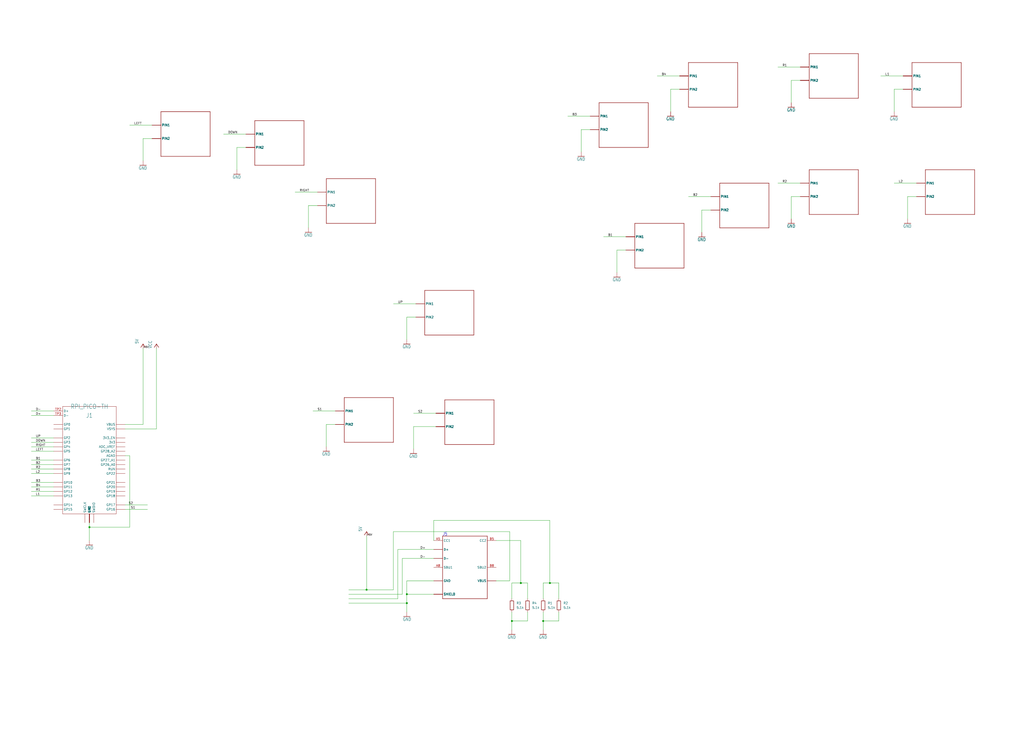
<source format=kicad_sch>
(kicad_sch (version 20211123) (generator eeschema)
  (paper "User" 581.787 422.885)
  (lib_symbols
    (symbol "Device:R" (pin_numbers hide) (pin_names (offset 0))
      (property "Reference" "R" (at 2.032 0 90))
      (property "Value" "R" (at 0 0 90))
      (symbol "R_0_1"
        (rectangle (start -1.016 -2.54) (end 1.016 2.54) (stroke (width 0.254)))
      )
      (symbol "R_1_1"
        (pin passive line (at 0 3.81 270) (length 1.27) (name "~") (number "1"))
        (pin passive line (at 0 -3.81 90) (length 1.27) (name "~") (number "2"))
      )
    )
    (symbol "OF1 v1-eagle-import:+5V" (power)
      (property "Value" "+5V" (at -2.54 -5.08 90))
      (symbol "+5V_1_0"
        (polyline (pts (xy 0 0) (xy -1.27 -1.905)) (stroke (width 0.254)))
        (polyline (pts (xy 1.27 -1.905) (xy 0 0)) (stroke (width 0.254)))
        (pin power_in line (at 0 -2.54 90) (length 2.54) (name "+5V") (number "1"))
      )
    )
    (symbol "OF1 v1-eagle-import:GND" (power)
      (property "Value" "GND" (at -2.54 -2.54 0))
      (symbol "GND_1_0"
        (polyline (pts (xy -1.905 0) (xy 1.905 0)) (stroke (width 0.254)))
        (pin power_in line (at 0 2.54 270) (length 2.54) (name "GND") (number "1"))
      )
    )
    (symbol "OF1 v1-eagle-import:GT-USB-7010ASV"
      (symbol "GT-USB-7010ASV_1_0"
        (polyline (pts (xy -5.08 -22.86) (xy -5.08 12.7)) (stroke (width 0.254)))
        (polyline (pts (xy -5.08 12.7) (xy 20.32 12.7)) (stroke (width 0.254)))
        (polyline (pts (xy 20.32 -22.86) (xy -5.08 -22.86)) (stroke (width 0.254)))
        (polyline (pts (xy 20.32 12.7) (xy 20.32 -22.86)) (stroke (width 0.254)))
        (pin bidirectional line (at -10.16 -12.7 0) (length 5.08) (name "GND") (number "A1/B12"))
        (pin bidirectional line (at 25.4 -12.7 180) (length 5.08) (name "VBUS") (number "A4/B9"))
        (pin bidirectional line (at -10.16 10.16 0) (length 5.08) (name "CC1") (number "A5"))
        (pin bidirectional line (at -10.16 5.08 0) (length 5.08) (name "D+") (number "A6"))
        (pin bidirectional line (at -10.16 0 0) (length 5.08) (name "D-") (number "A7"))
        (pin bidirectional line (at -10.16 -5.08 0) (length 5.08) (name "SBU1") (number "A8"))
        (pin bidirectional line (at -10.16 -12.7 0) (length 5.08) (name "GND") (number "B1/A12"))
        (pin bidirectional line (at 25.4 -12.7 180) (length 5.08) (name "VBUS") (number "B4/A9"))
        (pin bidirectional line (at 25.4 10.16 180) (length 5.08) (name "CC2") (number "B5"))
        (pin bidirectional line (at -10.16 5.08 0) (length 5.08) (name "D+") (number "B6"))
        (pin bidirectional line (at -10.16 0 0) (length 5.08) (name "D-") (number "B7"))
        (pin bidirectional line (at 25.4 -5.08 180) (length 5.08) (name "SBU2") (number "B8"))
        (pin bidirectional line (at -10.16 -20.32 0) (length 5.08) (name "SHIELD") (number "SHIELD1"))
        (pin bidirectional line (at -10.16 -20.32 0) (length 5.08) (name "SHIELD") (number "SHIELD2"))
        (pin bidirectional line (at -10.16 -20.32 0) (length 5.08) (name "SHIELD") (number "SHIELD3"))
        (pin bidirectional line (at -10.16 -20.32 0) (length 5.08) (name "SHIELD") (number "SHIELD4"))
      )
    )
    (symbol "OF1 v1-eagle-import:MX-B"
      (symbol "MX-B_1_0"
        (polyline (pts (xy -78.74 -2.54) (xy -78.74 22.86)) (stroke (width 0.254)))
        (polyline (pts (xy -78.74 22.86) (xy -50.8 22.86)) (stroke (width 0.254)))
        (polyline (pts (xy -50.8 -2.54) (xy -78.74 -2.54)) (stroke (width 0.254)))
        (polyline (pts (xy -50.8 22.86) (xy -50.8 -2.54)) (stroke (width 0.254)))
        (pin bidirectional line (at -83.82 7.62 0) (length 5.08) (name "PIN2") (number "P$1"))
        (pin bidirectional line (at -83.82 15.24 0) (length 5.08) (name "PIN1") (number "P$2"))
        (pin bidirectional line (at -83.82 15.24 0) (length 5.08) (name "PIN1") (number "P$3"))
        (pin bidirectional line (at -83.82 7.62 0) (length 5.08) (name "PIN2") (number "P$4"))
      )
    )
    (symbol "OF1 v1-eagle-import:RPI_PICO-TH"
      (property "Value" "RPI_PICO-TH" (at 0 43.18 0))
      (symbol "RPI_PICO-TH_1_0"
        (polyline (pts (xy -15.24 -25.4) (xy 15.24 -25.4)) (stroke (width 0.1524)))
        (polyline (pts (xy -15.24 35.56) (xy -15.24 -25.4)) (stroke (width 0.1524)))
        (polyline (pts (xy 15.24 -25.4) (xy 15.24 35.56)) (stroke (width 0.1524)))
        (polyline (pts (xy 15.24 35.56) (xy -15.24 35.56)) (stroke (width 0.1524)))
        (pin bidirectional line (at 20.32 15.24 180) (length 5.08) (name "3V3") (number "3V3"))
        (pin bidirectional line (at 20.32 17.78 180) (length 5.08) (name "3V3_EN") (number "3V3_EN"))
        (pin bidirectional line (at 20.32 12.7 180) (length 5.08) (name "ADC_VREF") (number "ADC_VREF"))
        (pin bidirectional line (at 20.32 7.62 180) (length 5.08) (name "AGND") (number "AGND"))
        (pin bidirectional line (at 0 -30.48 90) (length 5.08) (name "GND") (number "GND@1"))
        (pin bidirectional line (at 0 -30.48 90) (length 5.08) (name "GND") (number "GND@2"))
        (pin bidirectional line (at 0 -30.48 90) (length 5.08) (name "GND") (number "GND@3"))
        (pin bidirectional line (at 0 -30.48 90) (length 5.08) (name "GND") (number "GND@4"))
        (pin bidirectional line (at 0 -30.48 90) (length 5.08) (name "GND") (number "GND@5"))
        (pin bidirectional line (at 0 -30.48 90) (length 5.08) (name "GND") (number "GND@6"))
        (pin bidirectional line (at 0 -30.48 90) (length 5.08) (name "GND") (number "GND@7"))
        (pin bidirectional line (at 0 -30.48 90) (length 5.08) (name "GND") (number "GND@8"))
        (pin bidirectional line (at -20.32 25.4 0) (length 5.08) (name "GP0") (number "GP0"))
        (pin bidirectional line (at -20.32 22.86 0) (length 5.08) (name "GP1") (number "GP1"))
        (pin bidirectional line (at -20.32 -7.62 0) (length 5.08) (name "GP10") (number "GP10"))
        (pin bidirectional line (at -20.32 -10.16 0) (length 5.08) (name "GP11") (number "GP11"))
        (pin bidirectional line (at -20.32 -12.7 0) (length 5.08) (name "GP12") (number "GP12"))
        (pin bidirectional line (at -20.32 -15.24 0) (length 5.08) (name "GP13") (number "GP13"))
        (pin bidirectional line (at -20.32 -20.32 0) (length 5.08) (name "GP14") (number "GP14"))
        (pin bidirectional line (at -20.32 -22.86 0) (length 5.08) (name "GP15") (number "GP15"))
        (pin bidirectional line (at 20.32 -22.86 180) (length 5.08) (name "GP16") (number "GP16"))
        (pin bidirectional line (at 20.32 -20.32 180) (length 5.08) (name "GP17") (number "GP17"))
        (pin bidirectional line (at 20.32 -15.24 180) (length 5.08) (name "GP18") (number "GP18"))
        (pin bidirectional line (at 20.32 -12.7 180) (length 5.08) (name "GP19") (number "GP19"))
        (pin bidirectional line (at -20.32 17.78 0) (length 5.08) (name "GP2") (number "GP2"))
        (pin bidirectional line (at 20.32 -10.16 180) (length 5.08) (name "GP20") (number "GP20"))
        (pin bidirectional line (at 20.32 -7.62 180) (length 5.08) (name "GP21") (number "GP21"))
        (pin bidirectional line (at 20.32 -2.54 180) (length 5.08) (name "GP22") (number "GP22"))
        (pin bidirectional line (at 20.32 2.54 180) (length 5.08) (name "GP26_A0") (number "GP26_A0"))
        (pin bidirectional line (at 20.32 5.08 180) (length 5.08) (name "GP27_A1") (number "GP27_A1"))
        (pin bidirectional line (at 20.32 10.16 180) (length 5.08) (name "GP28_A2") (number "GP28_A2"))
        (pin bidirectional line (at -20.32 15.24 0) (length 5.08) (name "GP3") (number "GP3"))
        (pin bidirectional line (at -20.32 12.7 0) (length 5.08) (name "GP4") (number "GP4"))
        (pin bidirectional line (at -20.32 10.16 0) (length 5.08) (name "GP5") (number "GP5"))
        (pin bidirectional line (at -20.32 5.08 0) (length 5.08) (name "GP6") (number "GP6"))
        (pin bidirectional line (at -20.32 2.54 0) (length 5.08) (name "GP7") (number "GP7"))
        (pin bidirectional line (at -20.32 0 0) (length 5.08) (name "GP8") (number "GP8"))
        (pin bidirectional line (at -20.32 -2.54 0) (length 5.08) (name "GP9") (number "GP9"))
        (pin bidirectional line (at 20.32 0 180) (length 5.08) (name "RUN") (number "RUN"))
        (pin bidirectional line (at -2.54 -30.48 90) (length 5.08) (name "SWCLK") (number "SWCLK"))
        (pin bidirectional line (at 2.54 -30.48 90) (length 5.08) (name "SWDIO") (number "SWDIO"))
        (pin bidirectional line (at -20.32 33.02 0) (length 5.08) (name "D+") (number "TP2"))
        (pin bidirectional line (at -20.32 30.48 0) (length 5.08) (name "D-") (number "TP3"))
        (pin bidirectional line (at 20.32 25.4 180) (length 5.08) (name "VBUS") (number "VBUS"))
        (pin bidirectional line (at 20.32 22.86 180) (length 5.08) (name "VSYS") (number "VSYS"))
      )
    )
    (symbol "OF1 v1-eagle-import:VCC" (power)
      (property "Value" "VCC" (at -2.54 -2.54 90))
      (symbol "VCC_1_0"
        (polyline (pts (xy 0 0) (xy -1.27 -1.905)) (stroke (width 0.254)))
        (polyline (pts (xy 1.27 -1.905) (xy 0 0)) (stroke (width 0.254)))
        (pin power_in line (at 0 -2.54 90) (length 2.54) (name "VCC") (number "1"))
      )
    )
  )
  (junction (at 231.14 337.82))
  (junction (at 295.91 331.47))
  (junction (at 290.83 353.06))
  (junction (at 50.8 299.72))
  (junction (at 308.61 353.06))
  (junction (at 312.42 331.47))
  (junction (at 208.28 335.28))
  (junction (at 231.14 342.9))
  (wire (pts (xy 454.66 104.14) (xy 441.96 104.14)))
  (wire (pts (xy 17.78 274.32) (xy 30.48 274.32)))
  (wire (pts (xy 308.61 331.47) (xy 308.61 340.36)))
  (wire (pts (xy 513.08 50.8) (xy 508 50.8)))
  (wire (pts (xy 81.28 78.74) (xy 81.28 91.44)))
  (wire (pts (xy 236.22 180.34) (xy 231.14 180.34)))
  (wire (pts (xy 246.38 337.82) (xy 231.14 337.82)))
  (wire (pts (xy 520.7 111.76) (xy 515.62 111.76)))
  (wire (pts (xy 247.65 242.57) (xy 234.95 242.57)))
  (wire (pts (xy 223.52 302.26) (xy 289.56 302.26)))
  (wire (pts (xy 449.58 45.72) (xy 449.58 58.42)))
  (wire (pts (xy 317.5 353.06) (xy 308.61 353.06)))
  (wire (pts (xy 231.14 330.2) (xy 246.38 330.2)))
  (wire (pts (xy 454.66 111.76) (xy 449.58 111.76)))
  (wire (pts (xy 289.56 302.26) (xy 289.56 330.2)))
  (wire (pts (xy 289.56 330.2) (xy 281.94 330.2)))
  (wire (pts (xy 317.5 347.98) (xy 317.5 353.06)))
  (wire (pts (xy 403.86 119.38) (xy 398.78 119.38)))
  (wire (pts (xy 30.48 281.94) (xy 17.78 281.94)))
  (wire (pts (xy 190.5 241.3) (xy 185.42 241.3)))
  (wire (pts (xy 175.26 116.84) (xy 175.26 129.54)))
  (wire (pts (xy 350.52 142.24) (xy 350.52 154.94)))
  (wire (pts (xy 398.78 119.38) (xy 398.78 132.08)))
  (wire (pts (xy 30.48 248.92) (xy 17.78 248.92)))
  (wire (pts (xy 228.6 317.5) (xy 246.38 317.5)))
  (wire (pts (xy 30.48 251.46) (xy 17.78 251.46)))
  (wire (pts (xy 381 50.8) (xy 381 63.5)))
  (wire (pts (xy 454.66 45.72) (xy 449.58 45.72)))
  (wire (pts (xy 226.06 340.36) (xy 198.12 340.36)))
  (wire (pts (xy 403.86 111.76) (xy 391.16 111.76)))
  (wire (pts (xy 17.78 269.24) (xy 30.48 269.24)))
  (wire (pts (xy 290.83 347.98) (xy 290.83 353.06)))
  (wire (pts (xy 355.6 134.62) (xy 342.9 134.62)))
  (wire (pts (xy 81.28 198.12) (xy 81.28 241.3)))
  (wire (pts (xy 290.83 353.06) (xy 290.83 358.14)))
  (wire (pts (xy 180.34 109.22) (xy 167.64 109.22)))
  (wire (pts (xy 73.66 259.08) (xy 73.66 299.72)))
  (wire (pts (xy 231.14 180.34) (xy 231.14 193.04)))
  (wire (pts (xy 50.8 297.18) (xy 50.8 299.72)))
  (wire (pts (xy 208.28 335.28) (xy 223.52 335.28)))
  (wire (pts (xy 88.9 243.84) (xy 71.12 243.84)))
  (wire (pts (xy 50.8 299.72) (xy 50.8 307.34)))
  (wire (pts (xy 449.58 111.76) (xy 449.58 124.46)))
  (wire (pts (xy 86.36 78.74) (xy 81.28 78.74)))
  (wire (pts (xy 355.6 142.24) (xy 350.52 142.24)))
  (wire (pts (xy 226.06 312.42) (xy 246.38 312.42)))
  (wire (pts (xy 515.62 111.76) (xy 515.62 124.46)))
  (wire (pts (xy 317.5 331.47) (xy 317.5 340.36)))
  (wire (pts (xy 299.72 347.98) (xy 299.72 353.06)))
  (wire (pts (xy 228.6 337.82) (xy 198.12 337.82)))
  (wire (pts (xy 295.91 331.47) (xy 290.83 331.47)))
  (wire (pts (xy 246.38 295.91) (xy 312.42 295.91)))
  (wire (pts (xy 226.06 340.36) (xy 226.06 312.42)))
  (wire (pts (xy 231.14 342.9) (xy 198.12 342.9)))
  (wire (pts (xy 88.9 198.12) (xy 88.9 243.84)))
  (wire (pts (xy 71.12 259.08) (xy 73.66 259.08)))
  (wire (pts (xy 247.65 234.95) (xy 234.95 234.95)))
  (wire (pts (xy 236.22 172.72) (xy 223.52 172.72)))
  (wire (pts (xy 30.48 264.16) (xy 17.78 264.16)))
  (wire (pts (xy 246.38 307.34) (xy 246.38 295.91)))
  (wire (pts (xy 231.14 342.9) (xy 231.14 347.98)))
  (wire (pts (xy 386.08 50.8) (xy 381 50.8)))
  (wire (pts (xy 335.28 73.66) (xy 330.2 73.66)))
  (wire (pts (xy 223.52 335.28) (xy 223.52 302.26)))
  (wire (pts (xy 312.42 331.47) (xy 308.61 331.47)))
  (wire (pts (xy 30.48 236.22) (xy 17.78 236.22)))
  (wire (pts (xy 30.48 256.54) (xy 17.78 256.54)))
  (wire (pts (xy 185.42 241.3) (xy 185.42 254)))
  (wire (pts (xy 228.6 317.5) (xy 228.6 337.82)))
  (wire (pts (xy 295.91 307.34) (xy 295.91 331.47)))
  (wire (pts (xy 308.61 353.06) (xy 308.61 358.14)))
  (wire (pts (xy 17.78 266.7) (xy 30.48 266.7)))
  (wire (pts (xy 312.42 331.47) (xy 317.5 331.47)))
  (wire (pts (xy 308.61 347.98) (xy 308.61 353.06)))
  (wire (pts (xy 139.7 83.82) (xy 134.62 83.82)))
  (wire (pts (xy 508 50.8) (xy 508 63.5)))
  (wire (pts (xy 17.78 276.86) (xy 30.48 276.86)))
  (wire (pts (xy 454.66 38.1) (xy 441.96 38.1)))
  (wire (pts (xy 83.82 287.02) (xy 71.12 287.02)))
  (wire (pts (xy 30.48 233.68) (xy 17.78 233.68)))
  (wire (pts (xy 281.94 307.34) (xy 295.91 307.34)))
  (wire (pts (xy 139.7 76.2) (xy 127 76.2)))
  (wire (pts (xy 30.48 279.4) (xy 17.78 279.4)))
  (wire (pts (xy 81.28 241.3) (xy 71.12 241.3)))
  (wire (pts (xy 299.72 331.47) (xy 299.72 340.36)))
  (wire (pts (xy 231.14 330.2) (xy 231.14 337.82)))
  (wire (pts (xy 290.83 331.47) (xy 290.83 340.36)))
  (wire (pts (xy 190.5 233.68) (xy 177.8 233.68)))
  (wire (pts (xy 208.28 304.8) (xy 208.28 335.28)))
  (wire (pts (xy 71.12 289.56) (xy 83.82 289.56)))
  (wire (pts (xy 208.28 335.28) (xy 198.12 335.28)))
  (wire (pts (xy 299.72 353.06) (xy 290.83 353.06)))
  (wire (pts (xy 520.7 104.14) (xy 508 104.14)))
  (wire (pts (xy 234.95 242.57) (xy 234.95 255.27)))
  (wire (pts (xy 231.14 337.82) (xy 231.14 342.9)))
  (wire (pts (xy 134.62 83.82) (xy 134.62 96.52)))
  (wire (pts (xy 86.36 71.12) (xy 73.66 71.12)))
  (wire (pts (xy 312.42 295.91) (xy 312.42 331.47)))
  (wire (pts (xy 335.28 66.04) (xy 322.58 66.04)))
  (wire (pts (xy 30.48 261.62) (xy 17.78 261.62)))
  (wire (pts (xy 513.08 43.18) (xy 500.38 43.18)))
  (wire (pts (xy 180.34 116.84) (xy 175.26 116.84)))
  (wire (pts (xy 330.2 73.66) (xy 330.2 86.36)))
  (wire (pts (xy 73.66 299.72) (xy 50.8 299.72)))
  (wire (pts (xy 295.91 331.47) (xy 299.72 331.47)))
  (wire (pts (xy 30.48 254) (xy 17.78 254)))
  (wire (pts (xy 386.08 43.18) (xy 373.38 43.18)))
  (text "J5" (at 251.46 304.8 180) (effects (font (size 1.778 1.5113)) (justify left bottom)))
  (label "RIGHT" (at 20.32 254 0) (effects (font (size 1.2446 1.2446))))
  (label "B4" (at 20.32 276.86 0))
  (label "LEFT" (at 76.2 71.12 0) (effects (font (size 1.2446 1.2446))))
  (label "DOWN" (at 20.32 251.46 0) (effects (font (size 1.2446 1.2446))))
  (label "DOWN" (at 129.54 76.2 0) (effects (font (size 1.2446 1.2446))))
  (label "B1" (at 345.44 134.62 0) (effects (font (size 1.2446 1.2446))))
  (label "B2" (at 20.32 264.16 0) (effects (font (size 1.2446 1.2446))))
  (label "+5V" (at 81.28 198.12 0) (effects (font (size 1.016 1.016))))
  (label "S2" (at 237.49 234.95 0) (effects (font (size 1.2446 1.2446))))
  (label "B1" (at 20.32 261.62 0) (effects (font (size 1.2446 1.2446))))
  (label "D-" (at 238.76 317.5 0) (effects (font (size 1.2446 1.2446))))
  (label "B3" (at 20.32 274.32 0))
  (label "L1" (at 20.32 281.94 0) (effects (font (size 1.2446 1.2446))))
  (label "R1" (at 20.32 279.4 0) (effects (font (size 1.2446 1.2446))))
  (label "L2" (at 510.54 104.14 0) (effects (font (size 1.2446 1.2446))))
  (label "B2" (at 393.7 111.76 0) (effects (font (size 1.2446 1.2446))))
  (label "D+" (at 238.76 312.42 0) (effects (font (size 1.2446 1.2446))))
  (label "UP" (at 226.06 172.72 0) (effects (font (size 1.2446 1.2446))))
  (label "R1" (at 444.5 38.1 0) (effects (font (size 1.2446 1.2446))))
  (label "B3" (at 325.12 66.04 0) (effects (font (size 1.2446 1.2446))))
  (label "L2" (at 20.32 269.24 0))
  (label "RIGHT" (at 170.18 109.22 0) (effects (font (size 1.2446 1.2446))))
  (label "LEFT" (at 20.32 256.54 0) (effects (font (size 1.2446 1.2446))))
  (label "S1" (at 180.34 233.68 0) (effects (font (size 1.2446 1.2446))))
  (label "S1" (at 74.295 289.56 0) (effects (font (size 1.2446 1.2446))))
  (label "UP" (at 20.32 248.92 0) (effects (font (size 1.2446 1.2446))))
  (label "R2" (at 444.5 104.14 0) (effects (font (size 1.2446 1.2446))))
  (label "S2" (at 73.025 287.02 0) (effects (font (size 1.2446 1.2446))))
  (label "D+" (at 20.32 236.22 0) (effects (font (size 1.2446 1.2446))))
  (label "B4" (at 375.92 43.18 0) (effects (font (size 1.2446 1.2446))))
  (label "D-" (at 20.32 233.68 0) (effects (font (size 1.2446 1.2446))))
  (label "+5V" (at 208.28 304.8 0) (effects (font (size 1.016 1.016))))
  (label "R2" (at 20.32 266.7 0))
  (label "L1" (at 502.92 43.18 0) (effects (font (size 1.2446 1.2446))))
  (symbol (lib_id "OF1 v1-eagle-import:GND") (at 231.14 350.52 0) (mirror y) (unit 1)
    (property "Reference" "#GND02" (effects hide))
    (property "Value" "GND" (at 233.68 353.06 0) (effects (font (size 1.778 1.5113)) (justify left bottom)))
    (property "Footprint" "OF1 v1:" (effects hide))
  )
  (symbol (lib_id "OF1 v1-eagle-import:MX-B") (at 487.68 127 0) (unit 1)
    (property "Reference" "U$14" (effects hide))
    (property "Value" "MX-B" (effects hide))
    (property "Footprint" "OF1 v1:MX-BOTH" (effects hide))
  )
  (symbol (lib_id "OF1 v1-eagle-import:MX-B") (at 223.52 91.44 0) (unit 1)
    (property "Reference" "U$4" (effects hide))
    (property "Value" "MX-B" (effects hide))
    (property "Footprint" "OF1 v1:MX-BOTH" (effects hide))
  )
  (symbol (lib_id "OF1 v1-eagle-import:VCC") (at 88.9 195.58 0) (unit 1)
    (property "Reference" "#P+08" (effects hide))
    (property "Value" "VCC" (at 86.36 198.12 90) (effects (font (size 1.778 1.5113)) (justify left bottom)))
    (property "Footprint" "OF1 v1:" (effects hide))
  )
  (symbol (lib_id "OF1 v1-eagle-import:GND") (at 50.8 309.88 0) (unit 1)
    (property "Reference" "#GND03" (effects hide))
    (property "Value" "GND" (at 48.26 312.42 0) (effects (font (size 1.778 1.5113)) (justify left bottom)))
    (property "Footprint" "OF1 v1:" (effects hide))
  )
  (symbol (lib_id "OF1 v1-eagle-import:GND") (at 350.52 157.48 0) (unit 1)
    (property "Reference" "#GND017" (effects hide))
    (property "Value" "GND" (at 347.98 160.02 0) (effects (font (size 1.778 1.5113)) (justify left bottom)))
    (property "Footprint" "OF1 v1:" (effects hide))
  )
  (symbol (lib_id "OF1 v1-eagle-import:GND") (at 134.62 99.06 0) (unit 1)
    (property "Reference" "#GND011" (effects hide))
    (property "Value" "GND" (at 132.08 101.6 0) (effects (font (size 1.778 1.5113)) (justify left bottom)))
    (property "Footprint" "OF1 v1:" (effects hide))
  )
  (symbol (lib_id "OF1 v1-eagle-import:GND") (at 185.42 256.54 0) (unit 1)
    (property "Reference" "#GND015" (effects hide))
    (property "Value" "GND" (at 182.88 259.08 0) (effects (font (size 1.778 1.5113)) (justify left bottom)))
    (property "Footprint" "OF1 v1:" (effects hide))
  )
  (symbol (lib_id "OF1 v1-eagle-import:MX-B") (at 331.47 250.19 0) (unit 1)
    (property "Reference" "U$18" (effects hide))
    (property "Value" "MX-B" (effects hide))
    (property "Footprint" "OF1 v1:MX-BOTH" (effects hide))
  )
  (symbol (lib_id "Device:R") (at 317.5 344.17 0) (unit 1)
    (property "Reference" "R2" (at 320.04 342.8999 0) (effects (justify left)))
    (property "Value" "5.1k" (at 320.04 345.4399 0) (effects (justify left)))
    (property "Footprint" "Resistor_SMD:R_0603_1608Metric" (effects hide))
  )
  (symbol (lib_id "OF1 v1-eagle-import:GND") (at 175.26 132.08 0) (unit 1)
    (property "Reference" "#GND013" (effects hide))
    (property "Value" "GND" (at 172.72 134.62 0) (effects (font (size 1.778 1.5113)) (justify left bottom)))
    (property "Footprint" "OF1 v1:" (effects hide))
  )
  (symbol (lib_id "OF1 v1-eagle-import:RPI_PICO-TH") (at 50.8 266.7 0) (unit 1)
    (property "Reference" "J1" (at 50.8 236.22 0) (effects (font (size 2.54 2.159))))
    (property "Value" "RPI_PICO-TH" (at 50.8 231.14 0) (effects (font (size 2.54 2.159))))
    (property "Footprint" "OF1 v1:RPI_PICO_TH" (effects hide))
  )
  (symbol (lib_id "OF1 v1-eagle-import:GND") (at 508 66.04 0) (unit 1)
    (property "Reference" "#GND023" (effects hide))
    (property "Value" "GND" (at 505.46 68.58 0) (effects (font (size 1.778 1.5113)) (justify left bottom)))
    (property "Footprint" "OF1 v1:" (effects hide))
  )
  (symbol (lib_id "OF1 v1-eagle-import:GND") (at 234.95 257.81 0) (unit 1)
    (property "Reference" "#GND024" (effects hide))
    (property "Value" "GND" (at 232.41 260.35 0) (effects (font (size 1.778 1.5113)) (justify left bottom)))
    (property "Footprint" "OF1 v1:" (effects hide))
  )
  (symbol (lib_id "OF1 v1-eagle-import:GND") (at 290.83 360.68 0) (unit 1)
    (property "Reference" "#GND01" (effects hide))
    (property "Value" "GND" (at 288.29 363.22 0) (effects (font (size 1.778 1.5113)) (justify left bottom)))
    (property "Footprint" "OF1 v1:" (effects hide))
  )
  (symbol (lib_id "OF1 v1-eagle-import:GND") (at 231.14 195.58 0) (unit 1)
    (property "Reference" "#GND012" (effects hide))
    (property "Value" "GND" (at 228.6 198.12 0) (effects (font (size 1.778 1.5113)) (justify left bottom)))
    (property "Footprint" "OF1 v1:" (effects hide))
  )
  (symbol (lib_id "OF1 v1-eagle-import:GND") (at 381 66.04 0) (unit 1)
    (property "Reference" "#GND021" (effects hide))
    (property "Value" "GND" (at 378.46 68.58 0) (effects (font (size 1.778 1.5113)) (justify left bottom)))
    (property "Footprint" "OF1 v1:" (effects hide))
  )
  (symbol (lib_id "Device:R") (at 299.72 344.17 0) (unit 1)
    (property "Reference" "R4" (at 302.26 342.8999 0) (effects (justify left)))
    (property "Value" "5.1k" (at 302.26 345.4399 0) (effects (justify left)))
    (property "Footprint" "Resistor_SMD:R_0603_1608Metric" (effects hide))
  )
  (symbol (lib_id "OF1 v1-eagle-import:GND") (at 449.58 60.96 0) (unit 1)
    (property "Reference" "#GND022" (effects hide))
    (property "Value" "GND" (at 447.04 63.5 0) (effects (font (size 1.778 1.5113)) (justify left bottom)))
    (property "Footprint" "OF1 v1:" (effects hide))
  )
  (symbol (lib_id "OF1 v1-eagle-import:+5V") (at 81.28 195.58 0) (unit 1)
    (property "Reference" "#P+09" (effects hide))
    (property "Value" "5V" (at 78.74 195.58 90) (effects (font (size 1.778 1.5113)) (justify left bottom)))
    (property "Footprint" "OF1 v1:" (effects hide))
  )
  (symbol (lib_id "OF1 v1-eagle-import:+5V") (at 208.28 302.26 0) (unit 1)
    (property "Reference" "#P+010" (effects hide))
    (property "Value" "5V" (at 205.74 302.26 90) (effects (font (size 1.778 1.5113)) (justify left bottom)))
    (property "Footprint" "OF1 v1:" (effects hide))
  )
  (symbol (lib_id "OF1 v1-eagle-import:MX-B") (at 320.04 187.96 0) (unit 1)
    (property "Reference" "U$6" (effects hide))
    (property "Value" "MX-B" (effects hide))
    (property "Footprint" "OF1 v1:MX-BOTH" (effects hide))
  )
  (symbol (lib_id "OF1 v1-eagle-import:MX-B") (at 170.18 86.36 0) (unit 1)
    (property "Reference" "U$2" (effects hide))
    (property "Value" "MX-B" (effects hide))
    (property "Footprint" "OF1 v1:MX-BOTH" (effects hide))
  )
  (symbol (lib_id "OF1 v1-eagle-import:GND") (at 330.2 88.9 0) (unit 1)
    (property "Reference" "#GND016" (effects hide))
    (property "Value" "GND" (at 327.66 91.44 0) (effects (font (size 1.778 1.5113)) (justify left bottom)))
    (property "Footprint" "OF1 v1:" (effects hide))
  )
  (symbol (lib_id "OF1 v1-eagle-import:MX-B") (at 274.32 248.92 0) (unit 1)
    (property "Reference" "U$8" (effects hide))
    (property "Value" "MX-B" (effects hide))
    (property "Footprint" "OF1 v1:MX-BOTH" (effects hide))
  )
  (symbol (lib_id "OF1 v1-eagle-import:GND") (at 398.78 134.62 0) (unit 1)
    (property "Reference" "#GND018" (effects hide))
    (property "Value" "GND" (at 396.24 137.16 0) (effects (font (size 1.778 1.5113)) (justify left bottom)))
    (property "Footprint" "OF1 v1:" (effects hide))
  )
  (symbol (lib_id "OF1 v1-eagle-import:MX-B") (at 538.48 119.38 0) (unit 1)
    (property "Reference" "U$15" (effects hide))
    (property "Value" "MX-B" (effects hide))
    (property "Footprint" "OF1 v1:MX-BOTH" (effects hide))
  )
  (symbol (lib_id "OF1 v1-eagle-import:GT-USB-7010ASV") (at 256.54 317.5 0) (unit 1)
    (property "Reference" "J5" (effects hide))
    (property "Value" "GT-USB-7010" (effects hide))
    (property "Footprint" "OF1 v1:16P" (effects hide))
  )
  (symbol (lib_id "OF1 v1-eagle-import:MX-B") (at 419.1 81.28 0) (unit 1)
    (property "Reference" "U$9" (effects hide))
    (property "Value" "MX-B" (effects hide))
    (property "Footprint" "OF1 v1:MX-BOTH" (effects hide))
  )
  (symbol (lib_id "OF1 v1-eagle-import:GND") (at 449.58 127 0) (unit 1)
    (property "Reference" "#GND019" (effects hide))
    (property "Value" "GND" (at 447.04 129.54 0) (effects (font (size 1.778 1.5113)) (justify left bottom)))
    (property "Footprint" "OF1 v1:" (effects hide))
  )
  (symbol (lib_id "OF1 v1-eagle-import:MX-B") (at 596.9 58.42 0) (unit 1)
    (property "Reference" "U$12" (effects hide))
    (property "Value" "MX-B" (effects hide))
    (property "Footprint" "OF1 v1:MX-BOTH" (effects hide))
  )
  (symbol (lib_id "OF1 v1-eagle-import:GND") (at 81.28 93.98 0) (unit 1)
    (property "Reference" "#GND010" (effects hide))
    (property "Value" "GND" (at 78.74 96.52 0) (effects (font (size 1.778 1.5113)) (justify left bottom)))
    (property "Footprint" "OF1 v1:" (effects hide))
  )
  (symbol (lib_id "Device:R") (at 290.83 344.17 0) (unit 1)
    (property "Reference" "R3" (at 293.37 342.8999 0) (effects (justify left)))
    (property "Value" "5.1k" (at 293.37 345.4399 0) (effects (justify left)))
    (property "Footprint" "Resistor_THT:R_Axial_DIN0207_L6.3mm_D2.5mm_P7.62mm_Horizontal" (effects hide))
  )
  (symbol (lib_id "OF1 v1-eagle-import:MX-B") (at 604.52 119.38 0) (unit 1)
    (property "Reference" "U$16" (effects hide))
    (property "Value" "MX-B" (effects hide))
    (property "Footprint" "OF1 v1:MX-BOTH" (effects hide))
  )
  (symbol (lib_id "Device:R") (at 308.61 344.17 0) (unit 1)
    (property "Reference" "R1" (at 311.15 342.8999 0) (effects (justify left)))
    (property "Value" "5.1k" (at 311.15 345.4399 0) (effects (justify left)))
    (property "Footprint" "Resistor_THT:R_Axial_DIN0207_L6.3mm_D2.5mm_P7.62mm_Horizontal" (effects hide))
  )
  (symbol (lib_id "OF1 v1-eagle-import:MX-B") (at 439.42 149.86 0) (unit 1)
    (property "Reference" "U$13" (effects hide))
    (property "Value" "MX-B" (effects hide))
    (property "Footprint" "OF1 v1:MX-BOTH" (effects hide))
  )
  (symbol (lib_id "OF1 v1-eagle-import:MX-B") (at 264.16 124.46 0) (unit 1)
    (property "Reference" "U$5" (effects hide))
    (property "Value" "MX-B" (effects hide))
    (property "Footprint" "OF1 v1:MX-BOTH" (effects hide))
  )
  (symbol (lib_id "OF1 v1-eagle-import:GND") (at 308.61 360.68 0) (unit 1)
    (property "Reference" "#GND0101" (effects hide))
    (property "Value" "GND" (at 306.07 363.22 0) (effects (font (size 1.778 1.5113)) (justify left bottom)))
    (property "Footprint" "OF1 v1:" (effects hide))
  )
  (symbol (lib_id "OF1 v1-eagle-import:MX-B") (at 538.48 53.34 0) (unit 1)
    (property "Reference" "U$11" (effects hide))
    (property "Value" "MX-B" (effects hide))
    (property "Footprint" "OF1 v1:MX-BOTH" (effects hide))
  )
  (symbol (lib_id "OF1 v1-eagle-import:MX-B") (at 469.9 58.42 0) (unit 1)
    (property "Reference" "U$10" (effects hide))
    (property "Value" "MX-B" (effects hide))
    (property "Footprint" "OF1 v1:MX-BOTH" (effects hide))
  )
  (symbol (lib_id "OF1 v1-eagle-import:GND") (at 515.62 127 0) (unit 1)
    (property "Reference" "#GND020" (effects hide))
    (property "Value" "GND" (at 513.08 129.54 0) (effects (font (size 1.778 1.5113)) (justify left bottom)))
    (property "Footprint" "OF1 v1:" (effects hide))
  )
)
</source>
